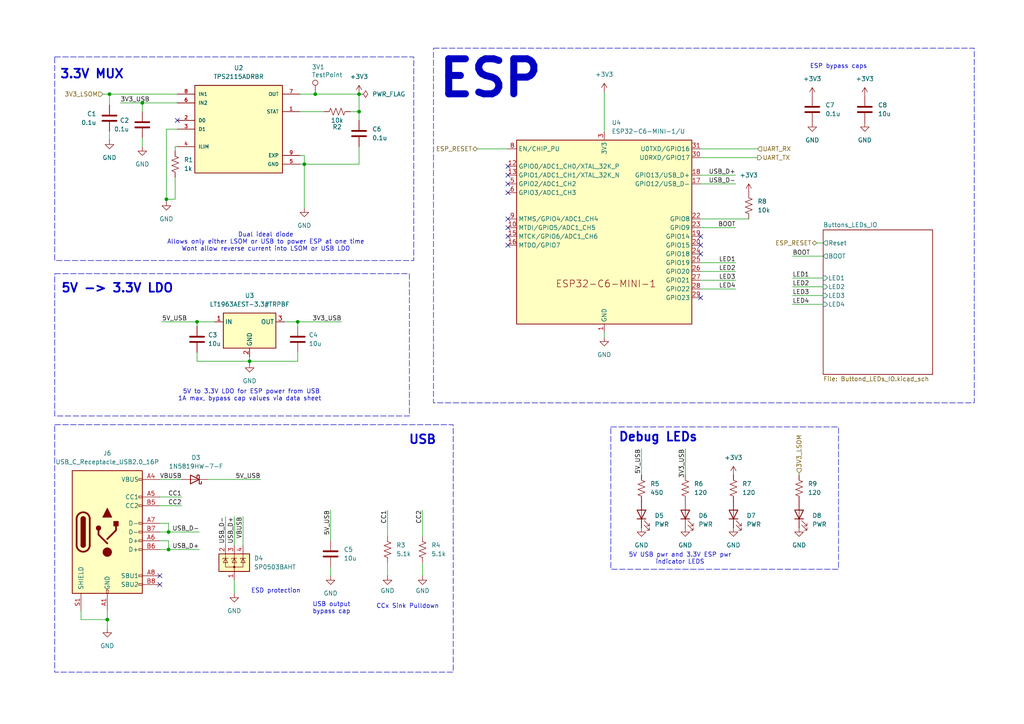
<source format=kicad_sch>
(kicad_sch (version 20250114) (generator "eeschema") (generator_version "9.0")
  (paper "A4")
  (lib_symbols
    (symbol "Connector:TestPoint" (pin_numbers (hide yes)) (pin_names (offset 0.762) (hide yes))
      (property "Reference" "TP" (at 0 6.858 0))
      (property "Value" "TestPoint" (at 0 5.08 0))
      (symbol "TestPoint_0_1"
        (circle (center 0 3.302) (radius 0.762))
      )
      (symbol "TestPoint_1_1"
        (pin passive line (at 0 0 90) (length 2.54) (name "1") (number "1"))
      )
    )
    (symbol "Device:C" (pin_numbers (hide yes)) (pin_names (offset 0.254))
      (property "Reference" "C" (at 0.635 2.54 0))
      (property "Value" "C" (at 0.635 -2.54 0))
      (symbol "C_0_1"
        (polyline (pts (xy -2.032 0.762) (xy 2.032 0.762)) (stroke (width 0.508)))
        (polyline (pts (xy -2.032 -0.762) (xy 2.032 -0.762)) (stroke (width 0.508)))
      )
      (symbol "C_1_1"
        (pin passive line (at 0 3.81 270) (length 2.794) (name "~") (number "1"))
        (pin passive line (at 0 -3.81 90) (length 2.794) (name "~") (number "2"))
      )
    )
    (symbol "Device:D_Schottky" (pin_numbers (hide yes)) (pin_names (offset 1.016) (hide yes))
      (property "Reference" "D" (at 0 2.54 0))
      (property "Value" "D_Schottky" (at 0 -2.54 0))
      (symbol "D_Schottky_0_1"
        (polyline (pts (xy -1.905 0.635) (xy -1.905 1.27) (xy -1.27 1.27) (xy -1.27 -1.27) (xy -0.635 -1.27) (xy -0.635 -0.635)) (stroke (width 0.254)))
        (polyline (pts (xy 1.27 1.27) (xy 1.27 -1.27) (xy -1.27 0) (xy 1.27 1.27)) (stroke (width 0.254)))
        (polyline (pts (xy 1.27 0) (xy -1.27 0)))
      )
      (symbol "D_Schottky_1_1"
        (pin passive line (at -3.81 0 0) (length 2.54) (name "K") (number "1"))
        (pin passive line (at 3.81 0 180) (length 2.54) (name "A") (number "2"))
      )
    )
    (symbol "Device:LED" (pin_numbers (hide yes)) (pin_names (offset 1.016) (hide yes))
      (property "Reference" "D" (at 0 2.54 0))
      (property "Value" "LED" (at 0 -2.54 0))
      (symbol "LED_0_1"
        (polyline (pts (xy -3.048 -0.762) (xy -4.572 -2.286) (xy -3.81 -2.286) (xy -4.572 -2.286) (xy -4.572 -1.524)))
        (polyline (pts (xy -1.778 -0.762) (xy -3.302 -2.286) (xy -2.54 -2.286) (xy -3.302 -2.286) (xy -3.302 -1.524)))
        (polyline (pts (xy -1.27 0) (xy 1.27 0)))
        (polyline (pts (xy -1.27 -1.27) (xy -1.27 1.27)) (stroke (width 0.254)))
        (polyline (pts (xy 1.27 -1.27) (xy 1.27 1.27) (xy -1.27 0) (xy 1.27 -1.27)) (stroke (width 0.254)))
      )
      (symbol "LED_1_1"
        (pin passive line (at -3.81 0 0) (length 2.54) (name "K") (number "1"))
        (pin passive line (at 3.81 0 180) (length 2.54) (name "A") (number "2"))
      )
    )
    (symbol "Device:R_US" (pin_numbers (hide yes)) (pin_names (offset 0))
      (property "Reference" "R" (at 2.54 0 90))
      (property "Value" "R_US" (at -2.54 0 90))
      (symbol "R_US_0_1"
        (polyline (pts (xy 0 2.286) (xy 0 2.54)))
        (polyline (pts (xy 0 2.286) (xy 1.016 1.905) (xy 0 1.524) (xy -1.016 1.143) (xy 0 0.762)))
        (polyline (pts (xy 0 0.762) (xy 1.016 0.381) (xy 0 0) (xy -1.016 -0.381) (xy 0 -0.762)))
        (polyline (pts (xy 0 -0.762) (xy 1.016 -1.143) (xy 0 -1.524) (xy -1.016 -1.905) (xy 0 -2.286)))
        (polyline (pts (xy 0 -2.286) (xy 0 -2.54)))
      )
      (symbol "R_US_1_1"
        (pin passive line (at 0 3.81 270) (length 1.27) (name "~") (number "1"))
        (pin passive line (at 0 -3.81 90) (length 1.27) (name "~") (number "2"))
      )
    )
    (symbol "Regulator_Linear:LT1963AxST-3.3"
      (property "Reference" "U" (at -7.62 6.35 0))
      (property "Value" "LT1963AxST-3.3" (at -1.27 6.35 0))
      (symbol "LT1963AxST-3.3_0_1"
        (rectangle (start -7.62 5.08) (end 7.62 -5.08) (stroke (width 0.254)) (fill (type background)))
      )
      (symbol "LT1963AxST-3.3_1_1"
        (pin power_in line (at -10.16 2.54 0) (length 2.54) (name "IN") (number "1"))
        (pin power_in line (at 0 -7.62 90) (length 2.54) (name "GND") (number "2"))
        (pin power_out line (at 10.16 2.54 180) (length 2.54) (name "OUT") (number "3"))
      )
    )
    (symbol "UTSVT_Connectors:USB_C_Receptacle_USB2.0_16P" (pin_names (offset 1.016))
      (property "Reference" "J3" (at 0 22.86 0))
      (property "Value" "USB_C_Receptacle_USB2.0_16P" (at 0 20.32 0))
      (symbol "USB_C_Receptacle_USB2.0_16P_0_0"
        (rectangle (start -0.254 -17.78) (end 0.254 -16.764))
        (rectangle (start 10.16 15.494) (end 9.144 14.986))
        (rectangle (start 10.16 10.414) (end 9.144 9.906))
        (rectangle (start 10.16 7.874) (end 9.144 7.366))
        (rectangle (start 10.16 2.794) (end 9.144 2.286))
        (rectangle (start 10.16 0.254) (end 9.144 -0.254))
        (rectangle (start 10.16 -2.286) (end 9.144 -2.794))
        (rectangle (start 10.16 -4.826) (end 9.144 -5.334))
        (rectangle (start 10.16 -12.446) (end 9.144 -12.954))
        (rectangle (start 10.16 -14.986) (end 9.144 -15.494))
      )
      (symbol "USB_C_Receptacle_USB2.0_16P_0_1"
        (rectangle (start -10.16 17.78) (end 10.16 -17.78) (stroke (width 0.254)) (fill (type background)))
        (polyline (pts (xy -8.89 -3.81) (xy -8.89 3.81)) (stroke (width 0.508)))
        (rectangle (start -7.62 -3.81) (end -6.35 3.81) (stroke (width 0.254)) (fill (type outline)))
        (arc (start -7.62 3.81) (mid -6.985 4.4423) (end -6.35 3.81) (stroke (width 0.254)))
        (arc (start -7.62 3.81) (mid -6.985 4.4423) (end -6.35 3.81) (stroke (width 0.254)) (fill (type outline)))
        (arc (start -8.89 3.81) (mid -6.985 5.7067) (end -5.08 3.81) (stroke (width 0.508)))
        (arc (start -5.08 -3.81) (mid -6.985 -5.7067) (end -8.89 -3.81) (stroke (width 0.508)))
        (arc (start -6.35 -3.81) (mid -6.985 -4.4423) (end -7.62 -3.81) (stroke (width 0.254)))
        (arc (start -6.35 -3.81) (mid -6.985 -4.4423) (end -7.62 -3.81) (stroke (width 0.254)) (fill (type outline)))
        (polyline (pts (xy -5.08 3.81) (xy -5.08 -3.81)) (stroke (width 0.508)))
        (circle (center -2.54 1.143) (radius 0.635) (stroke (width 0.254)) (fill (type outline)))
        (polyline (pts (xy -1.27 4.318) (xy 0 6.858) (xy 1.27 4.318) (xy -1.27 4.318)) (stroke (width 0.254)) (fill (type outline)))
        (polyline (pts (xy 0 -2.032) (xy 2.54 0.508) (xy 2.54 1.778)) (stroke (width 0.508)))
        (polyline (pts (xy 0 -3.302) (xy -2.54 -0.762) (xy -2.54 0.508)) (stroke (width 0.508)))
        (circle (center 0 -5.842) (radius 1.27) (fill (type outline)))
        (rectangle (start 1.905 1.778) (end 3.175 3.048) (stroke (width 0.254)) (fill (type outline)))
      )
      (symbol "USB_C_Receptacle_USB2.0_16P_1_1"
        (pin passive line (at -7.62 -22.86 90) (length 5.08) (name "SHIELD") (number "S1"))
        (pin passive line (at -7.62 -22.86 90) (length 5.08) (hide yes) (name "Shield") (number "S2"))
        (pin passive line (at -7.62 -22.86 90) (length 5.08) (hide yes) (name "Shield") (number "S3"))
        (pin passive line (at -7.62 -22.86 90) (length 5.08) (hide yes) (name "Shield") (number "S4"))
        (pin passive line (at 0 -22.86 90) (length 5.08) (name "GND") (number "A1"))
        (pin passive line (at 0 -22.86 90) (length 5.08) (hide yes) (name "GND") (number "A12"))
        (pin passive line (at 0 -22.86 90) (length 5.08) (hide yes) (name "GND") (number "B1"))
        (pin passive line (at 0 -22.86 90) (length 5.08) (hide yes) (name "GND") (number "B12"))
        (pin passive line (at 15.24 15.24 180) (length 5.08) (name "VBUS") (number "A4"))
        (pin passive line (at 15.24 15.24 180) (length 5.08) (hide yes) (name "VBUS") (number "A9"))
        (pin passive line (at 15.24 15.24 180) (length 5.08) (hide yes) (name "VBUS") (number "B4"))
        (pin passive line (at 15.24 15.24 180) (length 5.08) (hide yes) (name "VBUS") (number "B9"))
        (pin bidirectional line (at 15.24 10.16 180) (length 5.08) (name "CC1") (number "A5"))
        (pin bidirectional line (at 15.24 7.62 180) (length 5.08) (name "CC2") (number "B5"))
        (pin bidirectional line (at 15.24 2.54 180) (length 5.08) (name "D-") (number "A7"))
        (pin bidirectional line (at 15.24 0 180) (length 5.08) (name "D-") (number "B7"))
        (pin bidirectional line (at 15.24 -2.54 180) (length 5.08) (name "D+") (number "A6"))
        (pin bidirectional line (at 15.24 -5.08 180) (length 5.08) (name "D+") (number "B6"))
        (pin bidirectional line (at 15.24 -12.7 180) (length 5.08) (name "SBU1") (number "A8"))
        (pin bidirectional line (at 15.24 -15.24 180) (length 5.08) (name "SBU2") (number "B8"))
      )
    )
    (symbol "UTSVT_ICs:SP0503BAH" (pin_names (hide yes))
      (property "Reference" "D8" (at 6.35 0.635 0))
      (property "Value" "SP0503BAHT" (at 6.35 -1.905 0))
      (symbol "SP0503BAH_0_0"
        (pin passive line (at 0 -5.08 90) (length 2.54) (name "A") (number "1"))
      )
      (symbol "SP0503BAH_0_1"
        (rectangle (start -4.445 2.54) (end 4.445 -2.54) (stroke (width 0.254)) (fill (type background)))
        (polyline (pts (xy -3.302 1.016) (xy -3.302 1.27) (xy -1.905 1.27) (xy -1.778 1.27)))
        (polyline (pts (xy -2.54 2.54) (xy -2.54 1.27)))
        (polyline (pts (xy -2.54 1.27) (xy -2.54 -1.27) (xy 2.54 -1.27) (xy 2.54 1.27)))
        (polyline (pts (xy -2.54 1.27) (xy -1.905 0) (xy -3.175 0) (xy -2.54 1.27)))
        (polyline (pts (xy 0 2.54) (xy 0 1.27)))
        (polyline (pts (xy 0 -1.27) (xy 0 1.27)))
        (polyline (pts (xy 0 -1.27) (xy 0 -2.54)))
        (circle (center 0 -1.27) (radius 0.254) (fill (type outline)))
        (polyline (pts (xy 0.635 1.27) (xy 0.762 1.27)))
        (polyline (pts (xy 0.635 1.27) (xy -0.762 1.27) (xy -0.762 1.016)))
        (polyline (pts (xy 0.635 0) (xy -0.635 0) (xy 0 1.27) (xy 0.635 0)))
        (polyline (pts (xy 1.778 1.016) (xy 1.778 1.27) (xy 3.175 1.27) (xy 3.302 1.27)))
        (polyline (pts (xy 2.54 2.54) (xy 2.54 1.27)))
        (polyline (pts (xy 2.54 1.27) (xy 1.905 0) (xy 3.175 0) (xy 2.54 1.27)))
      )
      (symbol "SP0503BAH_1_1"
        (pin passive line (at -2.54 5.08 270) (length 2.54) (name "K") (number "2"))
        (pin passive line (at 0 5.08 270) (length 2.54) (name "K") (number "3"))
        (pin passive line (at 2.54 5.08 270) (length 2.54) (name "K") (number "4"))
      )
    )
    (symbol "UTSVT_ICs:TPS2115ADRBR" (pin_names (offset 1.016))
      (property "Reference" "U" (at -12.7 13.7 0))
      (property "Value" "TPS2115ADRBR" (at -12.7 -16.7 0))
      (symbol "TPS2115ADRBR_0_0"
        (rectangle (start -12.7 -12.7) (end 12.7 12.7) (stroke (width 0.254)) (fill (type background)))
        (pin input line (at -17.78 10.16 0) (length 5.08) (name "IN1") (number "8"))
        (pin input line (at -17.78 7.62 0) (length 5.08) (name "IN2") (number "6"))
        (pin input line (at -17.78 2.54 0) (length 5.08) (name "D0") (number "2"))
        (pin input line (at -17.78 0 0) (length 5.08) (name "D1") (number "3"))
        (pin input line (at -17.78 -5.08 0) (length 5.08) (name "ILIM") (number "4"))
        (pin output line (at 17.78 10.16 180) (length 5.08) (name "OUT") (number "7"))
        (pin output line (at 17.78 5.08 180) (length 5.08) (name "STAT") (number "1"))
        (pin power_in line (at 17.78 -7.62 180) (length 5.08) (name "EXP") (number "9"))
        (pin power_in line (at 17.78 -10.16 180) (length 5.08) (name "GND") (number "5"))
      )
    )
    (symbol "UTSVT_Special:ESP32-C6-MINI-1/U"
      (property "Reference" "U" (at 0 0 0))
      (property "Value" "ESP32-C6-MINI-1/U" (at 0 0 0))
      (symbol "ESP32-C6-MINI-1/U_0_0"
        (text "ESP32-C6-MINI-1" (at -2.032 -46.736 0) (effects (font (size 2 2))))
      )
      (symbol "ESP32-C6-MINI-1/U_0_1"
        (rectangle (start -27.94 -5.08) (end 22.86 -58.42) (stroke (width 0.254)) (fill (type background)))
      )
      (symbol "ESP32-C6-MINI-1/U_1_1"
        (pin input line (at -30.48 -7.62 0) (length 2.54) (name "EN/CHIP_PU") (number "8"))
        (pin bidirectional line (at -30.48 -12.7 0) (length 2.54) (name "GPIO0/ADC1_CH0/XTAL_32K_P") (number "12"))
        (pin bidirectional line (at -30.48 -15.24 0) (length 2.54) (name "GPIO1/ADC1_CH1/XTAL_32K_N") (number "13"))
        (pin bidirectional line (at -30.48 -17.78 0) (length 2.54) (name "GPIO2/ADC1_CH2") (number "5"))
        (pin bidirectional line (at -30.48 -20.32 0) (length 2.54) (name "GPIO3/ADC1_CH3") (number "6"))
        (pin bidirectional line (at -30.48 -27.94 0) (length 2.54) (name "MTMS/GPIO4/ADC1_CH4") (number "9"))
        (pin bidirectional line (at -30.48 -30.48 0) (length 2.54) (name "MTDI/GPIO5/ADC1_CH5") (number "10"))
        (pin bidirectional line (at -30.48 -33.02 0) (length 2.54) (name "MTCK/GPIO6/ADC1_CH6") (number "15"))
        (pin bidirectional line (at -30.48 -35.56 0) (length 2.54) (name "MTDO/GPIO7") (number "16"))
        (pin no_connect line (at -27.94 -40.64 0) (length 2.54) (hide yes) (name "NC") (number "4"))
        (pin no_connect line (at -27.94 -43.18 0) (length 2.54) (hide yes) (name "NC") (number "7"))
        (pin no_connect line (at -27.94 -45.72 0) (length 2.54) (hide yes) (name "NC") (number "21"))
        (pin no_connect line (at -27.94 -48.26 0) (length 2.54) (hide yes) (name "NC") (number "32"))
        (pin no_connect line (at -27.94 -50.8 0) (length 2.54) (hide yes) (name "NC") (number "33"))
        (pin no_connect line (at -27.94 -53.34 0) (length 2.54) (hide yes) (name "NC") (number "34"))
        (pin no_connect line (at -27.94 -55.88 0) (length 2.54) (hide yes) (name "NC") (number "35"))
        (pin power_in line (at -2.54 -2.54 270) (length 2.54) (name "3V3") (number "3"))
        (pin power_in line (at -2.54 -60.96 90) (length 2.54) (name "GND") (number "1"))
        (pin passive line (at -2.54 -60.96 90) (length 2.54) (hide yes) (name "GND") (number "11"))
        (pin passive line (at -2.54 -60.96 90) (length 2.54) (hide yes) (name "GND") (number "14"))
        (pin passive line (at -2.54 -60.96 90) (length 2.54) (hide yes) (name "GND") (number "2"))
        (pin passive line (at -2.54 -60.96 90) (length 2.54) (hide yes) (name "GND") (number "36"))
        (pin passive line (at -2.54 -60.96 90) (length 2.54) (hide yes) (name "GND") (number "37"))
        (pin passive line (at -2.54 -60.96 90) (length 2.54) (hide yes) (name "GND") (number "38"))
        (pin passive line (at -2.54 -60.96 90) (length 2.54) (hide yes) (name "GND") (number "39"))
        (pin passive line (at -2.54 -60.96 90) (length 2.54) (hide yes) (name "GND") (number "40"))
        (pin passive line (at -2.54 -60.96 90) (length 2.54) (hide yes) (name "GND") (number "41"))
        (pin passive line (at -2.54 -60.96 90) (length 2.54) (hide yes) (name "GND") (number "42"))
        (pin passive line (at -2.54 -60.96 90) (length 2.54) (hide yes) (name "GND") (number "43"))
        (pin passive line (at -2.54 -60.96 90) (length 2.54) (hide yes) (name "GND") (number "44"))
        (pin passive line (at -2.54 -60.96 90) (length 2.54) (hide yes) (name "GND") (number "45"))
        (pin passive line (at -2.54 -60.96 90) (length 2.54) (hide yes) (name "GND") (number "46"))
        (pin passive line (at -2.54 -60.96 90) (length 2.54) (hide yes) (name "GND") (number "47"))
        (pin passive line (at -2.54 -60.96 90) (length 2.54) (hide yes) (name "GND") (number "48"))
        (pin passive line (at -2.54 -60.96 90) (length 2.54) (hide yes) (name "GND") (number "49"))
        (pin passive line (at -2.54 -60.96 90) (length 2.54) (hide yes) (name "GND") (number "50"))
        (pin passive line (at -2.54 -60.96 90) (length 2.54) (hide yes) (name "GND") (number "51"))
        (pin passive line (at -2.54 -60.96 90) (length 2.54) (hide yes) (name "GND") (number "52"))
        (pin passive line (at -2.54 -60.96 90) (length 2.54) (hide yes) (name "GND") (number "53"))
        (pin bidirectional line (at 25.4 -7.62 180) (length 2.54) (name "U0TXD/GPIO16") (number "31"))
        (pin bidirectional line (at 25.4 -10.16 180) (length 2.54) (name "U0RXD/GPIO17") (number "30"))
        (pin bidirectional line (at 25.4 -15.24 180) (length 2.54) (name "GPIO13/USB_D+") (number "18"))
        (pin bidirectional line (at 25.4 -17.78 180) (length 2.54) (name "GPIO12/USB_D-") (number "17"))
        (pin bidirectional line (at 25.4 -27.94 180) (length 2.54) (name "GPIO8") (number "22"))
        (pin bidirectional line (at 25.4 -30.48 180) (length 2.54) (name "GPIO9") (number "23"))
        (pin bidirectional line (at 25.4 -33.02 180) (length 2.54) (name "GPIO14") (number "19"))
        (pin bidirectional line (at 25.4 -35.56 180) (length 2.54) (name "GPIO15") (number "20"))
        (pin bidirectional line (at 25.4 -38.1 180) (length 2.54) (name "GPIO18") (number "24"))
        (pin bidirectional line (at 25.4 -40.64 180) (length 2.54) (name "GPIO19") (number "25"))
        (pin bidirectional line (at 25.4 -43.18 180) (length 2.54) (name "GPIO20") (number "26"))
        (pin bidirectional line (at 25.4 -45.72 180) (length 2.54) (name "GPIO21") (number "27"))
        (pin bidirectional line (at 25.4 -48.26 180) (length 2.54) (name "GPIO22") (number "28"))
        (pin bidirectional line (at 25.4 -50.8 180) (length 2.54) (name "GPIO23") (number "29"))
      )
    )
    (symbol "power:+3V3" (power) (pin_numbers (hide yes)) (pin_names (offset 0) (hide yes))
      (property "Value" "+3V3" (at 0 3.556 0))
      (symbol "+3V3_0_1"
        (polyline (pts (xy -0.762 1.27) (xy 0 2.54)))
        (polyline (pts (xy 0 2.54) (xy 0.762 1.27)))
        (polyline (pts (xy 0 0) (xy 0 2.54)))
      )
      (symbol "+3V3_1_1"
        (pin power_in line (at 0 0 90) (length 0) (name "~") (number "1"))
      )
    )
    (symbol "power:GND" (power) (pin_numbers (hide yes)) (pin_names (offset 0) (hide yes))
      (property "Value" "GND" (at 0 -3.81 0))
      (symbol "GND_0_1"
        (polyline (pts (xy 0 0) (xy 0 -1.27) (xy 1.27 -1.27) (xy 0 -2.54) (xy -1.27 -1.27) (xy 0 -1.27)))
      )
      (symbol "GND_1_1"
        (pin power_in line (at 0 0 270) (length 0) (name "~") (number "1"))
      )
    )
    (symbol "power:PWR_FLAG" (power) (pin_numbers (hide yes)) (pin_names (offset 0) (hide yes))
      (property "Value" "PWR_FLAG" (at 0 3.81 0))
      (symbol "PWR_FLAG_0_0"
        (pin power_out line (at 0 0 90) (length 0) (name "~") (number "1"))
      )
      (symbol "PWR_FLAG_0_1"
        (polyline (pts (xy 0 0) (xy 0 1.27) (xy -1.016 1.905) (xy 0 2.54) (xy 1.016 1.905) (xy 0 1.27)))
      )
    )
  )
  (rectangle (start 125.73 13.97) (end 282.575 116.84) (stroke (width 0) (type dash)))
  (rectangle (start 15.875 79.375) (end 118.745 120.65) (stroke (width 0) (type dash)))
  (rectangle (start 15.875 123.19) (end 131.445 194.945) (stroke (width 0) (type dash)))
  (rectangle (start 177.165 123.825) (end 243.205 165.1) (stroke (width 0) (type dash)))
  (rectangle (start 15.875 16.51) (end 120.015 75.565) (stroke (width 0) (type dash)))
  (text "3.3V MUX" (at 26.67 21.59 0) (effects (font (size 2.54 2.54) (thickness 0.508) (bold yes))))
  (text "Dual ideal diode\nAllows only either LSOM or USB to power ESP at one time\nWont allow reverse current into LSOM or USB LDO" (at 77.089 70.231 0) (effects (font (size 1.27 1.27))))
  (text "5V USB pwr and 3.3V ESP pwr\nindicator LEDS" (at 197.231 162.052 0) (effects (font (size 1.27 1.27))))
  (text "USB output\nbypass cap" (at 96.139 176.403 0) (effects (font (size 1.27 1.27))))
  (text "ESP" (at 142.24 22.86 0) (effects (font (size 10.16 10.16) (thickness 2.032) (bold yes))))
  (text "ESD protection" (at 80.01 171.45 0) (effects (font (size 1.27 1.27))))
  (text "CCx Sink Pulldown" (at 118.237 175.895 0) (effects (font (size 1.27 1.27))))
  (text "5V -> 3.3V LDO" (at 34.036 83.693 0) (effects (font (size 2.54 2.54) (thickness 0.508) (bold yes))))
  (text "USB\n" (at 122.555 127.635 0) (effects (font (size 2.54 2.54) (thickness 0.508) (bold yes))))
  (text "ESP bypass caps" (at 243.205 19.304 0) (effects (font (size 1.27 1.27))))
  (text "5V to 3.3V LDO for ESP power from USB\n1A max, bypass cap values via data sheet " (at 72.898 114.681 0) (effects (font (size 1.27 1.27))))
  (text "Debug LEDs" (at 190.881 126.873 0) (effects (font (size 2.54 2.54) (thickness 0.508) (bold yes))))
  (junction (at 104.14 32.385))
  (junction (at 48.895 154.305))
  (junction (at 31.115 179.705))
  (junction (at 48.895 159.385))
  (junction (at 31.75 27.305))
  (junction (at 91.44 27.305))
  (junction (at 57.15 93.345))
  (junction (at 104.14 27.305))
  (junction (at 41.275 29.845))
  (junction (at 88.265 47.625))
  (junction (at 48.26 57.785))
  (junction (at 86.36 93.345))
  (junction (at 72.39 104.775))
  (no_connect (at 147.32 55.88))
  (no_connect (at 147.32 66.04))
  (no_connect (at 46.355 169.545))
  (no_connect (at 203.2 73.66))
  (no_connect (at 147.32 48.26))
  (no_connect (at 46.355 167.005))
  (no_connect (at 51.435 34.925))
  (no_connect (at 147.32 71.12))
  (no_connect (at 203.2 86.36))
  (no_connect (at 147.32 63.5))
  (no_connect (at 147.32 53.34))
  (no_connect (at 203.2 68.58))
  (no_connect (at 147.32 68.58))
  (no_connect (at 147.32 50.8))
  (no_connect (at 203.2 71.12))
  (wire (pts (xy 88.265 47.625) (xy 88.265 60.325)))
  (wire (pts (xy 229.87 85.725) (xy 238.76 85.725)))
  (wire (pts (xy 203.2 43.18) (xy 219.71 43.18)))
  (wire (pts (xy 203.2 66.04) (xy 213.36 66.04)))
  (wire (pts (xy 229.87 88.265) (xy 238.76 88.265)))
  (wire (pts (xy 95.885 164.465) (xy 95.885 167.005)))
  (wire (pts (xy 88.265 45.085) (xy 88.265 47.625)))
  (wire (pts (xy 41.275 29.845) (xy 41.275 32.385)))
  (wire (pts (xy 34.925 29.845) (xy 41.275 29.845)))
  (wire (pts (xy 46.355 156.845) (xy 48.895 156.845)))
  (wire (pts (xy 50.8 42.545) (xy 50.8 43.815)))
  (wire (pts (xy 46.355 146.685) (xy 52.705 146.685)))
  (wire (pts (xy 23.495 179.705) (xy 31.115 179.705)))
  (wire (pts (xy 203.2 45.72) (xy 219.71 45.72)))
  (wire (pts (xy 203.2 83.82) (xy 213.36 83.82)))
  (wire (pts (xy 48.895 151.765) (xy 48.895 154.305)))
  (wire (pts (xy 57.15 102.235) (xy 57.15 104.775)))
  (wire (pts (xy 23.495 177.165) (xy 23.495 179.705)))
  (wire (pts (xy 82.55 93.345) (xy 86.36 93.345)))
  (wire (pts (xy 86.995 32.385) (xy 93.98 32.385)))
  (wire (pts (xy 236.855 70.485) (xy 238.76 70.485)))
  (wire (pts (xy 88.265 47.625) (xy 104.14 47.625)))
  (wire (pts (xy 203.2 53.34) (xy 213.36 53.34)))
  (wire (pts (xy 46.355 154.305) (xy 48.895 154.305)))
  (wire (pts (xy 31.115 179.705) (xy 31.115 182.245)))
  (wire (pts (xy 57.15 93.345) (xy 62.23 93.345)))
  (wire (pts (xy 86.995 47.625) (xy 88.265 47.625)))
  (wire (pts (xy 57.15 93.345) (xy 57.15 94.615)))
  (wire (pts (xy 229.87 74.295) (xy 238.76 74.295)))
  (wire (pts (xy 72.39 104.775) (xy 86.36 104.775)))
  (wire (pts (xy 104.14 32.385) (xy 101.6 32.385)))
  (wire (pts (xy 231.775 137.16) (xy 231.775 137.795)))
  (wire (pts (xy 48.26 37.465) (xy 48.26 57.785)))
  (wire (pts (xy 65.405 149.86) (xy 65.405 158.115)))
  (wire (pts (xy 31.75 27.305) (xy 31.75 30.48)))
  (wire (pts (xy 48.895 156.845) (xy 48.895 159.385)))
  (wire (pts (xy 60.325 139.065) (xy 75.565 139.065)))
  (wire (pts (xy 198.755 130.175) (xy 198.755 137.795)))
  (wire (pts (xy 48.895 159.385) (xy 57.785 159.385)))
  (wire (pts (xy 91.44 27.305) (xy 104.14 27.305)))
  (wire (pts (xy 86.995 27.305) (xy 91.44 27.305)))
  (wire (pts (xy 72.39 105.41) (xy 72.39 104.775)))
  (wire (pts (xy 86.36 93.345) (xy 99.06 93.345)))
  (wire (pts (xy 29.845 27.305) (xy 31.75 27.305)))
  (wire (pts (xy 203.2 81.28) (xy 213.36 81.28)))
  (wire (pts (xy 67.945 168.275) (xy 67.945 172.085)))
  (wire (pts (xy 104.14 32.385) (xy 104.14 34.925)))
  (wire (pts (xy 46.355 159.385) (xy 48.895 159.385)))
  (wire (pts (xy 175.26 26.67) (xy 175.26 38.1)))
  (wire (pts (xy 51.435 27.305) (xy 31.75 27.305)))
  (wire (pts (xy 112.395 147.955) (xy 112.395 155.575)))
  (wire (pts (xy 229.87 83.185) (xy 238.76 83.185)))
  (wire (pts (xy 50.8 57.785) (xy 48.26 57.785)))
  (wire (pts (xy 112.395 163.195) (xy 112.395 167.005)))
  (wire (pts (xy 41.275 40.005) (xy 41.275 42.545)))
  (wire (pts (xy 104.14 42.545) (xy 104.14 47.625)))
  (wire (pts (xy 46.99 93.345) (xy 57.15 93.345)))
  (wire (pts (xy 86.36 102.235) (xy 86.36 104.775)))
  (wire (pts (xy 48.26 57.785) (xy 48.26 58.42)))
  (wire (pts (xy 31.115 177.165) (xy 31.115 179.705)))
  (wire (pts (xy 104.14 32.385) (xy 104.14 27.305)))
  (wire (pts (xy 95.885 147.955) (xy 95.885 156.845)))
  (wire (pts (xy 203.2 78.74) (xy 213.36 78.74)))
  (wire (pts (xy 51.435 37.465) (xy 48.26 37.465)))
  (wire (pts (xy 46.355 144.145) (xy 52.705 144.145)))
  (wire (pts (xy 203.2 50.8) (xy 213.36 50.8)))
  (wire (pts (xy 41.275 29.845) (xy 51.435 29.845)))
  (wire (pts (xy 46.355 139.065) (xy 52.705 139.065)))
  (wire (pts (xy 229.87 80.645) (xy 238.76 80.645)))
  (wire (pts (xy 31.75 38.1) (xy 31.75 40.64)))
  (wire (pts (xy 138.43 43.18) (xy 147.32 43.18)))
  (wire (pts (xy 57.15 104.775) (xy 72.39 104.775)))
  (wire (pts (xy 186.055 130.175) (xy 186.055 137.795)))
  (wire (pts (xy 122.555 147.955) (xy 122.555 155.575)))
  (wire (pts (xy 203.2 76.2) (xy 213.36 76.2)))
  (wire (pts (xy 217.17 63.5) (xy 203.2 63.5)))
  (wire (pts (xy 70.485 149.86) (xy 70.485 158.115)))
  (wire (pts (xy 46.355 151.765) (xy 48.895 151.765)))
  (wire (pts (xy 50.8 57.785) (xy 50.8 51.435)))
  (wire (pts (xy 175.26 96.52) (xy 175.26 97.79)))
  (wire (pts (xy 48.895 154.305) (xy 57.785 154.305)))
  (wire (pts (xy 72.39 103.505) (xy 72.39 104.775)))
  (wire (pts (xy 86.36 93.345) (xy 86.36 94.615)))
  (wire (pts (xy 122.555 163.195) (xy 122.555 167.005)))
  (wire (pts (xy 50.8 42.545) (xy 51.435 42.545)))
  (wire (pts (xy 86.995 45.085) (xy 88.265 45.085)))
  (wire (pts (xy 67.945 149.86) (xy 67.945 158.115)))
  (label "5V_USB" (at 46.99 93.345 0))
  (label "3V3_USB" (at 198.755 130.175 270))
  (label "LED1" (at 229.87 80.645 0))
  (label "LED2" (at 229.87 83.185 0))
  (label "LED3" (at 229.87 85.725 0))
  (label "CC1" (at 112.395 147.955 270))
  (label "LED4" (at 229.87 88.265 0))
  (label "USB_D-" (at 57.785 154.305 180))
  (label "BOOT" (at 229.87 74.295 0))
  (label "VBUSB" (at 46.355 139.065 0))
  (label "CC2" (at 122.555 147.955 270))
  (label "BOOT" (at 213.36 66.04 180))
  (label "LED3" (at 213.36 81.28 180))
  (label "3V3_USB" (at 34.925 29.845 0))
  (label "USB_D+" (at 213.36 50.8 180))
  (label "USB_D+" (at 67.945 149.86 270))
  (label "USB_D-" (at 65.405 149.86 270))
  (label "USB_D-" (at 213.36 53.34 180))
  (label "5V_USB" (at 186.055 130.175 270))
  (label "3V3_USB" (at 99.06 93.345 180))
  (label "LED4" (at 213.36 83.82 180))
  (label "LED2" (at 213.36 78.74 180))
  (label "USB_D+" (at 57.785 159.385 180))
  (label "CC2" (at 52.705 146.685 180))
  (label "CC1" (at 52.705 144.145 180))
  (label "5V_USB" (at 95.885 147.955 270))
  (label "5V_USB" (at 75.565 139.065 180))
  (label "VBUSB" (at 70.485 149.86 270))
  (label "LED1" (at 213.36 76.2 180))
  (hierarchical_label "UART_TX" (shape output) (at 219.71 45.72 0))
  (hierarchical_label "3V3_LSOM" (shape input) (at 29.845 27.305 180))
  (hierarchical_label "3V3_LSOM" (shape input) (at 231.775 137.16 90))
  (hierarchical_label "ESP_RESET" (shape bidirectional) (at 236.855 70.485 180))
  (hierarchical_label "ESP_RESET" (shape bidirectional) (at 138.43 43.18 180))
  (hierarchical_label "UART_RX" (shape input) (at 219.71 43.18 0))
  (symbol (lib_id "power:GND") (at 112.395 167.005 0) (unit 1)
    (property "Reference" "#PWR025" (effects (hide yes)))
    (property "Value" "GND" (at 112.395 171.323 0))
    (property "Description" "Power symbol creates a global label with name \"GND\" , ground" (effects (hide yes)))
  )
  (symbol (lib_id "Device:R_US") (at 50.8 47.625 0) (unit 1)
    (property "Reference" "R1" (at 53.34 46.3549 0) (effects (justify left)))
    (property "Value" "1k" (at 53.34 48.8949 0) (effects (justify left)))
    (property "Footprint" "Resistor_SMD:R_0603_1608Metric_Pad0.98x0.95mm_HandSolder" (effects (hide yes)))
    (property "Description" "Resistor, US symbol" (effects (hide yes)))
    (property "P/N" "CRCW06031K00FKEI" (effects (hide yes)))
    (property "Mouser Part Number" "71-CRCW06031K00FKEI" (effects (hide yes)))
  )
  (symbol (lib_id "Device:R_US") (at 217.17 59.69 180) (unit 1)
    (property "Reference" "R8" (at 219.71 58.4199 0) (effects (justify right)))
    (property "Value" "10k" (at 219.71 60.9599 0) (effects (justify right)))
    (property "Footprint" "Resistor_SMD:R_0603_1608Metric_Pad0.98x0.95mm_HandSolder" (effects (hide yes)))
    (property "Description" "Resistor, US symbol" (effects (hide yes)))
  )
  (symbol (lib_id "Device:C") (at 235.585 31.75 0) (unit 1)
    (property "Reference" "C7" (at 239.395 30.4799 0) (effects (justify left)))
    (property "Value" "0.1u" (at 239.395 33.0199 0) (effects (justify left)))
    (property "Footprint" "Capacitor_SMD:C_0603_1608Metric_Pad1.08x0.95mm_HandSolder" (effects (hide yes)))
    (property "Description" "Unpolarized capacitor" (effects (hide yes)))
    (property "P/N" "HMK107B7104KA-T" (effects (hide yes)))
    (property "Mouser Part Number" "963-HMK107B7104KA-T" (effects (hide yes)))
  )
  (symbol (lib_id "Device:C") (at 104.14 38.735 0) (unit 1)
    (property "Reference" "C6" (at 107.95 37.4649 0) (effects (justify left)))
    (property "Value" "0.1u" (at 107.95 40.0049 0) (effects (justify left)))
    (property "Footprint" "Capacitor_SMD:C_0603_1608Metric_Pad1.08x0.95mm_HandSolder" (effects (hide yes)))
    (property "Description" "Unpolarized capacitor" (effects (hide yes)))
    (property "P/N" "HMK107B7104KA-T" (effects (hide yes)))
    (property "Mouser Part Number" "963-HMK107B7104KA-T" (effects (hide yes)))
  )
  (symbol (lib_id "power:GND") (at 198.755 153.035 0) (unit 1)
    (property "Reference" "#PWR030" (effects (hide yes)))
    (property "Value" "GND" (at 198.755 158.115 0))
    (property "Description" "Power symbol creates a global label with name \"GND\" , ground" (effects (hide yes)))
  )
  (symbol (lib_id "power:PWR_FLAG") (at 104.14 27.305 270) (unit 1)
    (property "Reference" "#FLG01" (effects (hide yes)))
    (property "Value" "PWR_FLAG" (at 107.95 27.3049 90) (effects (justify left)))
    (property "Description" "Special symbol for telling ERC where power comes from" (effects (hide yes)))
  )
  (symbol (lib_id "Device:LED") (at 212.725 149.225 90) (unit 1)
    (property "Reference" "D7" (at 216.535 149.5424 90) (effects (justify right)))
    (property "Value" "PWR" (at 216.535 152.0824 90) (effects (justify right)))
    (property "Footprint" "LED_SMD:LED_0603_1608Metric_Pad1.05x0.95mm_HandSolder" (effects (hide yes)))
    (property "Description" "Light emitting diode" (effects (hide yes)))
    (property "P/N" "XL-1608UBC-06A" (effects (hide yes)))
    (property "Sim.Pins" "1=K 2=A" (effects (hide yes)))
  )
  (symbol (lib_id "Device:R_US") (at 186.055 141.605 0) (unit 1)
    (property "Reference" "R5" (at 188.595 140.3349 0) (effects (justify left)))
    (property "Value" "450" (at 188.595 142.8749 0) (effects (justify left)))
    (property "Footprint" "Resistor_SMD:R_0603_1608Metric_Pad0.98x0.95mm_HandSolder" (effects (hide yes)))
    (property "Description" "Resistor, US symbol" (effects (hide yes)))
    (property "P/N" "CRCW1206470RFKEA" (effects (hide yes)))
    (property "Mouser Part Number" "71-CRCW1206-470-E3" (effects (hide yes)))
  )
  (symbol (lib_id "power:+3V3") (at 104.14 27.305 0) (unit 1)
    (property "Reference" "#PWR024" (effects (hide yes)))
    (property "Value" "+3V3" (at 104.14 22.225 0))
    (property "Description" "Power symbol creates a global label with name \"+3V3\"" (effects (hide yes)))
  )
  (symbol (lib_id "power:GND") (at 212.725 153.035 0) (unit 1)
    (property "Reference" "#PWR032" (effects (hide yes)))
    (property "Value" "GND" (at 212.725 158.115 0))
    (property "Description" "Power symbol creates a global label with name \"GND\" , ground" (effects (hide yes)))
  )
  (symbol (lib_id "power:GND") (at 41.275 42.545 0) (mirror y) (unit 1)
    (property "Reference" "#PWR018" (effects (hide yes)))
    (property "Value" "GND" (at 41.275 47.625 0))
    (property "Description" "Power symbol creates a global label with name \"GND\" , ground" (effects (hide yes)))
  )
  (symbol (lib_id "Device:R_US") (at 198.755 141.605 0) (unit 1)
    (property "Reference" "R6" (at 201.295 140.3349 0) (effects (justify left)))
    (property "Value" "120" (at 201.295 142.8749 0) (effects (justify left)))
    (property "Footprint" "Resistor_SMD:R_0603_1608Metric_Pad0.98x0.95mm_HandSolder" (effects (hide yes)))
    (property "Description" "Resistor, US symbol" (effects (hide yes)))
    (property "P/N" "CRCW0603120RFKEC" (effects (hide yes)))
    (property "Mouser Part Number" " 71-CRCW0603120RFKEC" (effects (hide yes)))
  )
  (symbol (lib_id "power:GND") (at 175.26 97.79 0) (unit 1)
    (property "Reference" "#PWR028" (effects (hide yes)))
    (property "Value" "GND" (at 175.26 102.87 0))
    (property "Description" "Power symbol creates a global label with name \"GND\" , ground" (effects (hide yes)))
  )
  (symbol (lib_id "Device:R_US") (at 97.79 32.385 270) (unit 1)
    (property "Reference" "R2" (at 97.79 36.83 90))
    (property "Value" "10k" (at 97.79 34.925 90))
    (property "Footprint" "Resistor_SMD:R_0603_1608Metric_Pad0.98x0.95mm_HandSolder" (effects (hide yes)))
    (property "Description" "Resistor, US symbol" (effects (hide yes)))
    (property "P/N" "CRCW060310K0FKEI" (effects (hide yes)))
    (property "Mouser Part Number" "71-CRCW060310K0FKEI" (effects (hide yes)))
  )
  (symbol (lib_id "power:GND") (at 31.115 182.245 0) (unit 1)
    (property "Reference" "#PWR016" (effects (hide yes)))
    (property "Value" "GND" (at 31.115 187.325 0))
    (property "Description" "Power symbol creates a global label with name \"GND\" , ground" (effects (hide yes)))
  )
  (symbol (lib_id "UTSVT_ICs:SP0503BAH") (at 67.945 163.195 0) (unit 1)
    (property "Reference" "D4" (at 73.66 161.9249 0) (effects (justify left)))
    (property "Value" "SP0503BAHT" (at 73.66 164.4649 0) (effects (justify left)))
    (property "Footprint" "Package_TO_SOT_SMD:SOT-143" (effects (hide yes)))
    (property "Datasheet" "http://www.littelfuse.com/~/media/files/littelfuse/technical%20resources/documents/data%20sheets/sp05xxba.pdf" (effects (hide yes)))
    (property "Mouser Part Number" "576-SP0503BAHTG " (effects (hide yes)))
    (property "P/N" "SP0503BAHTG" (effects (hide yes)))
  )
  (symbol (lib_id "Device:C") (at 41.275 36.195 0) (unit 1)
    (property "Reference" "C2" (at 37.465 34.9249 0) (effects (justify right)))
    (property "Value" "0.1u" (at 37.465 37.4649 0) (effects (justify right)))
    (property "Footprint" "Capacitor_SMD:C_0603_1608Metric_Pad1.08x0.95mm_HandSolder" (effects (hide yes)))
    (property "Description" "Unpolarized capacitor" (effects (hide yes)))
    (property "P/N" "HMK107B7104KA-T" (effects (hide yes)))
    (property "Mouser Part Number" "963-HMK107B7104KA-T" (effects (hide yes)))
  )
  (symbol (lib_id "Device:LED") (at 231.775 149.225 90) (unit 1)
    (property "Reference" "D8" (at 235.585 149.5424 90) (effects (justify right)))
    (property "Value" "PWR" (at 235.585 152.0824 90) (effects (justify right)))
    (property "Footprint" "LED_SMD:LED_0603_1608Metric_Pad1.05x0.95mm_HandSolder" (effects (hide yes)))
    (property "Description" "Light emitting diode" (effects (hide yes)))
    (property "P/N" "XL-1608UBC-06A" (effects (hide yes)))
    (property "Sim.Pins" "1=K 2=A" (effects (hide yes)))
  )
  (symbol (lib_id "Device:D_Schottky") (at 56.515 139.065 180) (unit 1)
    (property "Reference" "D3" (at 56.8325 132.715 0))
    (property "Value" "1N5819HW-7-F" (at 56.8325 135.255 0))
    (property "Footprint" "Diode_SMD:D_SOD-123" (effects (hide yes)))
    (property "Description" "Schottky diode" (effects (hide yes)))
    (property "P/N" "1N5819HW-7-F" (effects (hide yes)))
    (property "Mouser Part Number" " 621-1N5819HW-F" (effects (hide yes)))
  )
  (symbol (lib_id "Regulator_Linear:LT1963AxST-3.3") (at 72.39 95.885 0) (unit 1)
    (property "Reference" "U3" (at 72.39 85.725 0))
    (property "Value" "LT1963AEST-3.3#TRPBF" (at 72.39 88.265 0))
    (property "Footprint" "Package_TO_SOT_SMD:SOT-223-3_TabPin2" (effects (hide yes)))
    (property "Datasheet" "https://www.analog.com/media/en/technical-documentation/data-sheets/1963aff.pdf" (effects (hide yes)))
    (property "Description" "3.3V, 1.5A, Low Noise, Fast Transient Response LDO Regulator, SOT-223" (effects (hide yes)))
    (property "P/N" "LT1963AEST-3.3#TRPBF" (effects (hide yes)))
    (property "Mouser Part Number" "584-1963AEST-3.3TPF" (effects (hide yes)))
  )
  (symbol (lib_id "Device:LED") (at 198.755 149.225 90) (unit 1)
    (property "Reference" "D6" (at 202.565 149.5424 90) (effects (justify right)))
    (property "Value" "PWR" (at 202.565 152.0824 90) (effects (justify right)))
    (property "Footprint" "LED_SMD:LED_0603_1608Metric_Pad1.05x0.95mm_HandSolder" (effects (hide yes)))
    (property "Description" "Light emitting diode" (effects (hide yes)))
    (property "P/N" "XL-1608UBC-06A" (effects (hide yes)))
    (property "Sim.Pins" "1=K 2=A" (effects (hide yes)))
  )
  (symbol (lib_id "power:GND") (at 95.885 167.005 0) (unit 1)
    (property "Reference" "#PWR023" (effects (hide yes)))
    (property "Value" "GND" (at 95.885 172.085 0))
    (property "Description" "Power symbol creates a global label with name \"GND\" , ground" (effects (hide yes)))
  )
  (symbol (lib_id "power:+3V3") (at 217.17 55.88 0) (unit 1)
    (property "Reference" "#PWR033" (effects (hide yes)))
    (property "Value" "+3V3" (at 217.17 50.8 0))
    (property "Description" "Power symbol creates a global label with name \"+3V3\"" (effects (hide yes)))
  )
  (symbol (lib_id "Device:C") (at 31.75 34.29 0) (unit 1)
    (property "Reference" "C1" (at 27.94 33.0199 0) (effects (justify right)))
    (property "Value" "0.1u" (at 27.94 35.5599 0) (effects (justify right)))
    (property "Footprint" "Capacitor_SMD:C_0603_1608Metric_Pad1.08x0.95mm_HandSolder" (effects (hide yes)))
    (property "Description" "Unpolarized capacitor" (effects (hide yes)))
    (property "P/N" "HMK107B7104KA-T" (effects (hide yes)))
    (property "Mouser Part Number" "963-HMK107B7104KA-T" (effects (hide yes)))
  )
  (symbol (lib_id "Device:LED") (at 186.055 149.225 90) (unit 1)
    (property "Reference" "D5" (at 189.865 149.5424 90) (effects (justify right)))
    (property "Value" "PWR" (at 189.865 152.0824 90) (effects (justify right)))
    (property "Footprint" "LED_SMD:LED_0603_1608Metric_Pad1.05x0.95mm_HandSolder" (effects (hide yes)))
    (property "Description" "Light emitting diode" (effects (hide yes)))
    (property "P/N" "XL-1608UBC-06A" (effects (hide yes)))
    (property "Sim.Pins" "1=K 2=A" (effects (hide yes)))
  )
  (symbol (lib_id "UTSVT_Connectors:USB_C_Receptacle_USB2.0_16P") (at 31.115 154.305 0) (unit 1)
    (property "Reference" "J6" (at 31.115 131.445 0))
    (property "Value" "USB_C_Receptacle_USB2.0_16P" (at 31.115 133.985 0))
    (property "Footprint" "UTSVT_Connectors:USB_C_Receptacle_GCT_USB4105-xx-A_16P_TopMnt_Horizontal" (effects (hide yes)))
    (property "Datasheet" "https://www.usb.org/sites/default/files/documents/usb_type-c.zip" (effects (hide yes)))
    (property "Description" "USB 2.0-only 16P Type-C Receptacle connector" (effects (hide yes)))
    (property "P/N" "640-USB4215-03-A" (effects (hide yes)))
    (property "Mouser Part Number" "640-USB4215-03-A" (effects (hide yes)))
  )
  (symbol (lib_id "power:GND") (at 186.055 153.035 0) (unit 1)
    (property "Reference" "#PWR029" (effects (hide yes)))
    (property "Value" "GND" (at 186.055 158.115 0))
    (property "Description" "Power symbol creates a global label with name \"GND\" , ground" (effects (hide yes)))
  )
  (symbol (lib_id "power:GND") (at 231.775 153.035 0) (unit 1)
    (property "Reference" "#PWR034" (effects (hide yes)))
    (property "Value" "GND" (at 231.775 158.115 0))
    (property "Description" "Power symbol creates a global label with name \"GND\" , ground" (effects (hide yes)))
  )
  (symbol (lib_id "power:+3V3") (at 235.585 27.94 0) (unit 1)
    (property "Reference" "#PWR035" (effects (hide yes)))
    (property "Value" "+3V3" (at 235.585 22.86 0))
    (property "Description" "Power symbol creates a global label with name \"+3V3\"" (effects (hide yes)))
  )
  (symbol (lib_id "power:GND") (at 48.26 58.42 0) (unit 1)
    (property "Reference" "#PWR019" (effects (hide yes)))
    (property "Value" "GND" (at 48.26 63.5 0))
    (property "Description" "Power symbol creates a global label with name \"GND\" , ground" (effects (hide yes)))
  )
  (symbol (lib_id "UTSVT_ICs:TPS2115ADRBR") (at 69.215 37.465 0) (unit 1)
    (property "Reference" "U2" (at 69.215 19.685 0))
    (property "Value" "TPS2115ADRBR" (at 69.215 22.225 0))
    (property "Footprint" "UTSVT_ICs:SON65P300X300X100-9N" (effects (hide yes)))
    (property "Description" "2.8-5.5-V, 84-m?, 1.25-A, power mux with manual, automatic switchover and status output 8-SON -40 to 85" (effects (hide yes)))
    (property "MF" "Texas Instruments" (effects (hide yes)))
    (property "MOUSER-PURCHASE-URL" "https://snapeda.com/shop?store=Mouser&id=391793" (effects (hide yes)))
    (property "PACKAGE" "VSON-8 Texas Instruments" (effects (hide yes)))
    (property "PRICE" "None" (effects (hide yes)))
    (property "MP" "TPS2115ADRBR" (effects (hide yes)))
    (property "TEXAS_INSTRUMENTS-PURCHASE-URL" "https://snapeda.com/shop?store=Texas+Instruments&id=391793" (effects (hide yes)))
    (property "AVAILABILITY" "Warning" (effects (hide yes)))
    (property "P/N" "TPS2115ADRBR" (effects (hide yes)))
    (property "Mouser Part Number" "595-TPS2115ADRBR" (effects (hide yes)))
  )
  (symbol (lib_id "Connector:TestPoint") (at 91.44 27.305 0) (unit 1) (in_bom no)
    (property "Reference" "3V1" (at 90.424 19.431 0) (effects (justify left)))
    (property "Value" "TestPoint" (at 90.424 21.717 0) (effects (justify left)))
    (property "Footprint" "TestPoint:TestPoint_Pad_2.0x2.0mm" (effects (hide yes)))
    (property "Description" "test point" (effects (hide yes)))
  )
  (symbol (lib_id "Device:R_US") (at 112.395 159.385 0) (unit 1)
    (property "Reference" "R3" (at 114.935 158.1149 0) (effects (justify left)))
    (property "Value" "5.1k" (at 114.935 160.6549 0) (effects (justify left)))
    (property "Footprint" "Resistor_SMD:R_0603_1608Metric_Pad0.98x0.95mm_HandSolder" (effects (hide yes)))
    (property "Description" "Resistor, US symbol" (effects (hide yes)))
    (property "P/N" "CRCW06035K10FKEC" (effects (hide yes)))
    (property "Mouser Part Number" " 71-CRCW06035K10FKEC" (effects (hide yes)))
  )
  (symbol (lib_id "power:GND") (at 72.39 105.41 0) (unit 1)
    (property "Reference" "#PWR021" (effects (hide yes)))
    (property "Value" "GND" (at 72.39 110.49 0))
    (property "Description" "Power symbol creates a global label with name \"GND\" , ground" (effects (hide yes)))
  )
  (symbol (lib_id "Device:C") (at 86.36 98.425 0) (unit 1)
    (property "Reference" "C4" (at 89.535 97.155 0) (effects (justify left)))
    (property "Value" "10u" (at 89.535 99.695 0) (effects (justify left)))
    (property "Footprint" "Capacitor_SMD:C_0805_2012Metric_Pad1.18x1.45mm_HandSolder" (effects (hide yes)))
    (property "Description" "Unpolarized capacitor" (effects (hide yes)))
    (property "P/N" "GRM21BR61H106KE43K" (effects (hide yes)))
    (property "Mouser Part Number" "81-GRM21BR61H106KE3K" (effects (hide yes)))
  )
  (symbol (lib_id "UTSVT_Special:ESP32-C6-MINI-1/U") (at 177.8 35.56 0) (unit 1)
    (property "Reference" "U4" (at 177.4033 35.56 0) (effects (justify left)))
    (property "Value" "ESP32-C6-MINI-1/U" (at 177.4033 38.1 0) (effects (justify left)))
    (property "Footprint" "UTSVT_Special:ESP32-C6-MINI-1" (effects (hide yes)))
    (property "Datasheet" "https://www.espressif.com/sites/default/files/documentation/esp32-c6-mini-1_datasheet_en.pdf" (effects (hide yes)))
    (property "Description" "ESP32-C6-MINI-1 is a module that supports 2.4 GHz Wi-Fi 6 (802.11 ax), Bluetooth® 5 (LE), Zigbee and Thread (802.15.4)" (effects (hide yes)))
    (property "P/N" "ESP32-C6-MINI-1U-N4" (effects (hide yes)))
    (property "Mouser Part Number" " 356-ESP32-C6MINI1UN4" (effects (hide yes)))
  )
  (symbol (lib_id "Device:C") (at 250.825 31.75 0) (mirror y) (unit 1)
    (property "Reference" "C8" (at 254.635 30.4799 0) (effects (justify right)))
    (property "Value" "10u" (at 254.635 33.0199 0) (effects (justify right)))
    (property "Footprint" "Capacitor_SMD:C_0805_2012Metric_Pad1.18x1.45mm_HandSolder" (effects (hide yes)))
    (property "Description" "Unpolarized capacitor" (effects (hide yes)))
    (property "P/N" "GRM21BR61H106KE43K" (effects (hide yes)))
    (property "Mouser Part Number" "81-GRM21BR61H106KE3K" (effects (hide yes)))
  )
  (symbol (lib_id "Device:R_US") (at 231.775 141.605 0) (unit 1)
    (property "Reference" "R9" (at 234.315 140.3349 0) (effects (justify left)))
    (property "Value" "120" (at 234.315 142.8749 0) (effects (justify left)))
    (property "Footprint" "Resistor_SMD:R_0603_1608Metric_Pad0.98x0.95mm_HandSolder" (effects (hide yes)))
    (property "Description" "Resistor, US symbol" (effects (hide yes)))
    (property "P/N" "CRCW0603120RFKEC" (effects (hide yes)))
    (property "Mouser Part Number" " 71-CRCW0603120RFKEC" (effects (hide yes)))
  )
  (symbol (lib_id "power:GND") (at 250.825 35.56 0) (unit 1)
    (property "Reference" "#PWR038" (effects (hide yes)))
    (property "Value" "GND" (at 250.825 40.64 0))
    (property "Description" "Power symbol creates a global label with name \"GND\" , ground" (effects (hide yes)))
  )
  (symbol (lib_id "power:GND") (at 122.555 167.005 0) (unit 1)
    (property "Reference" "#PWR026" (effects (hide yes)))
    (property "Value" "GND" (at 122.555 171.323 0))
    (property "Description" "Power symbol creates a global label with name \"GND\" , ground" (effects (hide yes)))
  )
  (symbol (lib_id "Device:C") (at 95.885 160.655 0) (unit 1)
    (property "Reference" "C5" (at 99.695 159.3849 0) (effects (justify left)))
    (property "Value" "10u" (at 99.695 161.9249 0) (effects (justify left)))
    (property "Footprint" "Capacitor_SMD:C_0805_2012Metric_Pad1.18x1.45mm_HandSolder" (effects (hide yes)))
    (property "Description" "Unpolarized capacitor" (effects (hide yes)))
    (property "P/N" "GRM21BR61H106KE43K" (effects (hide yes)))
    (property "Mouser Part Number" "81-GRM21BR61H106KE3K" (effects (hide yes)))
  )
  (symbol (lib_id "power:+3V3") (at 250.825 27.94 0) (unit 1)
    (property "Reference" "#PWR037" (effects (hide yes)))
    (property "Value" "+3V3" (at 250.825 22.86 0))
    (property "Description" "Power symbol creates a global label with name \"+3V3\"" (effects (hide yes)))
  )
  (symbol (lib_id "power:GND") (at 31.75 40.64 0) (mirror y) (unit 1)
    (property "Reference" "#PWR017" (effects (hide yes)))
    (property "Value" "GND" (at 31.75 45.72 0))
    (property "Description" "Power symbol creates a global label with name \"GND\" , ground" (effects (hide yes)))
  )
  (symbol (lib_id "power:GND") (at 67.945 172.085 0) (unit 1)
    (property "Reference" "#PWR020" (effects (hide yes)))
    (property "Value" "GND" (at 67.945 177.165 0))
    (property "Description" "Power symbol creates a global label with name \"GND\" , ground" (effects (hide yes)))
  )
  (symbol (lib_id "power:+3V3") (at 212.725 137.795 0) (unit 1)
    (property "Reference" "#PWR031" (effects (hide yes)))
    (property "Value" "+3V3" (at 212.725 132.715 0))
    (property "Description" "Power symbol creates a global label with name \"+3V3\"" (effects (hide yes)))
  )
  (symbol (lib_id "power:GND") (at 88.265 60.325 0) (unit 1)
    (property "Reference" "#PWR022" (effects (hide yes)))
    (property "Value" "GND" (at 88.265 65.405 0))
    (property "Description" "Power symbol creates a global label with name \"GND\" , ground" (effects (hide yes)))
  )
  (symbol (lib_id "power:GND") (at 235.585 35.56 0) (unit 1)
    (property "Reference" "#PWR036" (effects (hide yes)))
    (property "Value" "GND" (at 235.585 40.64 0))
    (property "Description" "Power symbol creates a global label with name \"GND\" , ground" (effects (hide yes)))
  )
  (symbol (lib_id "Device:R_US") (at 122.555 159.385 0) (unit 1)
    (property "Reference" "R4" (at 125.095 158.1149 0) (effects (justify left)))
    (property "Value" "5.1k" (at 125.095 160.6549 0) (effects (justify left)))
    (property "Footprint" "Resistor_SMD:R_0603_1608Metric_Pad0.98x0.95mm_HandSolder" (effects (hide yes)))
    (property "Description" "Resistor, US symbol" (effects (hide yes)))
    (property "P/N" "CRCW06035K10FKEC" (effects (hide yes)))
    (property "Mouser Part Number" " 71-CRCW06035K10FKEC" (effects (hide yes)))
  )
  (symbol (lib_id "Device:C") (at 57.15 98.425 0) (unit 1)
    (property "Reference" "C3" (at 60.325 97.155 0) (effects (justify left)))
    (property "Value" "10u" (at 60.325 99.6949 0) (effects (justify left)))
    (property "Footprint" "Capacitor_SMD:C_0805_2012Metric_Pad1.18x1.45mm_HandSolder" (effects (hide yes)))
    (property "Description" "Unpolarized capacitor" (effects (hide yes)))
    (property "P/N" "GRM21BR61H106KE43K" (effects (hide yes)))
    (property "Mouser Part Number" "81-GRM21BR61H106KE3K" (effects (hide yes)))
  )
  (symbol (lib_id "Device:R_US") (at 212.725 141.605 0) (unit 1)
    (property "Reference" "R7" (at 215.265 140.3349 0) (effects (justify left)))
    (property "Value" "120" (at 215.265 142.8749 0) (effects (justify left)))
    (property "Footprint" "Resistor_SMD:R_0603_1608Metric_Pad0.98x0.95mm_HandSolder" (effects (hide yes)))
    (property "Description" "Resistor, US symbol" (effects (hide yes)))
    (property "P/N" "CRCW0603120RFKEC" (effects (hide yes)))
    (property "Mouser Part Number" " 71-CRCW0603120RFKEC" (effects (hide yes)))
  )
  (symbol (lib_id "power:+3V3") (at 175.26 26.67 0) (unit 1)
    (property "Reference" "#PWR027" (effects (hide yes)))
    (property "Value" "+3V3" (at 175.26 21.59 0))
    (property "Description" "Power symbol creates a global label with name \"+3V3\"" (effects (hide yes)))
  )
  (sheet (at 238.76 66.675) (size 31.75 41.91) (stroke (width 0.1524))
    (property "Sheetname" "Buttons_LEDs_IO" (at 238.76 65.9634 0) (effects (justify left bottom)))
    (property "Sheetfile" "Buttond_LEDs_IO.kicad_sch" (at 238.76 109.1696 0) (effects (justify left top)))
    (pin "BOOT" output (at 238.76 74.295 180))
    (pin "LED1" input (at 238.76 80.645 180))
    (pin "LED2" input (at 238.76 83.185 180))
    (pin "LED3" input (at 238.76 85.725 180))
    (pin "LED4" input (at 238.76 88.265 180))
    (pin "Reset" output (at 238.76 70.485 180))
  )
)
</source>
